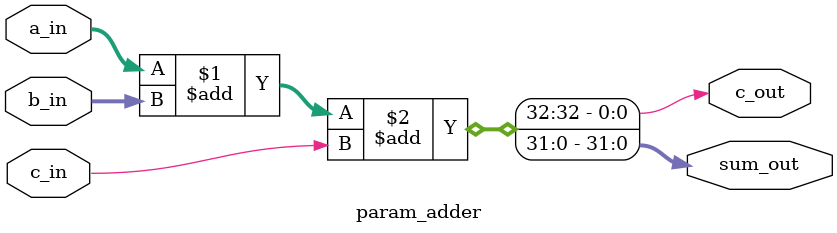
<source format=v>

module param_adder
// parameterization design
#(parameter WIDTH = 32)

(       
  // module head: verillog-2001 format
  input  wire [WIDTH-1:0]a_in,
  input  wire [WIDTH-1:0]b_in,
  input  wire [0      :0]c_in,     // carry in
  output wire [WIDTH-1:0]sum_out,
  output wire [      0:0]c_out     // carry out
);

  // behavior of the adder can be synthesizable
  // "assign" means connectivity
  assign {c_out, sum_out} = a_in + b_in + c_in;

endmodule
</source>
